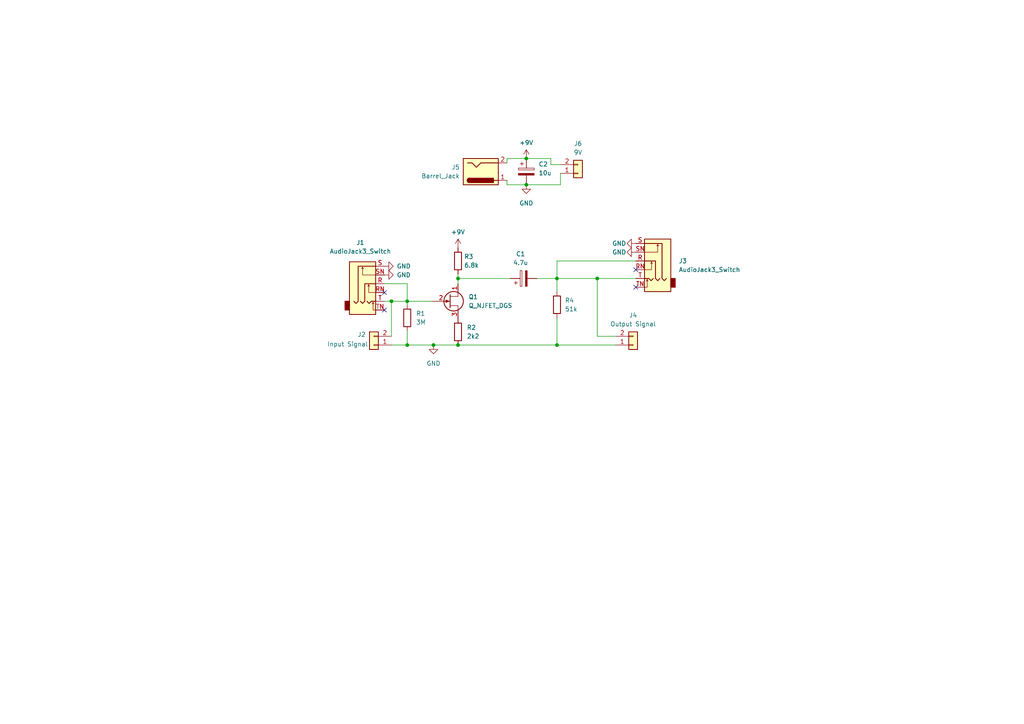
<source format=kicad_sch>
(kicad_sch (version 20211123) (generator eeschema)
  (paper "A4")
  (title_block (title "Tillman Preamp") (date "2023-02-06") (rev "1.0") (company "Besmer Labs"))
  (lib_symbols
    (symbol "Connector:AudioJack3_Switch"
      (property "Reference" "J" (at 0 11.43 0))
      (property "Value" "AudioJack3_Switch" (at 0 8.89 0))
      (symbol "AudioJack3_Switch_0_1"
        (rectangle (start -5.08 -5.08) (end -6.35 -7.62) (stroke (width 0.254)) (fill (type outline)))
        (polyline (pts (xy -1.27 4.826) (xy -1.016 4.318)))
        (polyline (pts (xy 0.508 -0.254) (xy 0.762 -0.762)))
        (polyline (pts (xy 1.778 -5.334) (xy 2.032 -5.842)))
        (polyline (pts (xy 0 -5.08) (xy 0.635 -5.715) (xy 1.27 -5.08) (xy 2.54 -5.08)) (stroke (width 0.254)))
        (polyline (pts (xy 2.54 -7.62) (xy 1.778 -7.62) (xy 1.778 -5.334) (xy 1.524 -5.842)))
        (polyline (pts (xy 2.54 -2.54) (xy 0.508 -2.54) (xy 0.508 -0.254) (xy 0.254 -0.762)))
        (polyline (pts (xy 2.54 2.54) (xy -1.27 2.54) (xy -1.27 4.826) (xy -1.524 4.318)))
        (polyline (pts (xy -1.905 -5.08) (xy -1.27 -5.715) (xy -0.635 -5.08) (xy -0.635 0) (xy 2.54 0)) (stroke (width 0.254)))
        (polyline (pts (xy 2.54 5.08) (xy -2.54 5.08) (xy -2.54 -5.08) (xy -3.175 -5.715) (xy -3.81 -5.08)) (stroke (width 0.254)))
        (rectangle (start 2.54 6.35) (end -5.08 -8.89) (stroke (width 0.254)) (fill (type background)))
      )
      (symbol "AudioJack3_Switch_1_1"
        (pin passive line (at 5.08 0 180) (length 2.54) (name "~") (number "R"))
        (pin passive line (at 5.08 -2.54 180) (length 2.54) (name "~") (number "RN"))
        (pin passive line (at 5.08 5.08 180) (length 2.54) (name "~") (number "S"))
        (pin passive line (at 5.08 2.54 180) (length 2.54) (name "~") (number "SN"))
        (pin passive line (at 5.08 -5.08 180) (length 2.54) (name "~") (number "T"))
        (pin passive line (at 5.08 -7.62 180) (length 2.54) (name "~") (number "TN"))
      )
    )
    (symbol "Connector:Barrel_Jack" (pin_names (offset 1.016))
      (property "Reference" "J" (at 0 5.334 0))
      (property "Value" "Barrel_Jack" (at 0 -5.08 0))
      (symbol "Barrel_Jack_0_1"
        (rectangle (start -5.08 3.81) (end 5.08 -3.81) (stroke (width 0.254)) (fill (type background)))
        (arc (start -3.302 3.175) (mid -3.937 2.54) (end -3.302 1.905) (stroke (width 0.254)))
        (arc (start -3.302 3.175) (mid -3.937 2.54) (end -3.302 1.905) (stroke (width 0.254)) (fill (type outline)))
        (polyline (pts (xy 5.08 2.54) (xy 3.81 2.54)) (stroke (width 0.254)))
        (polyline (pts (xy -3.81 -2.54) (xy -2.54 -2.54) (xy -1.27 -1.27) (xy 0 -2.54) (xy 2.54 -2.54) (xy 5.08 -2.54)) (stroke (width 0.254)))
        (rectangle (start 3.683 3.175) (end -3.302 1.905) (stroke (width 0.254)) (fill (type outline)))
      )
      (symbol "Barrel_Jack_1_1"
        (pin passive line (at 7.62 2.54 180) (length 2.54) (name "~") (number "1"))
        (pin passive line (at 7.62 -2.54 180) (length 2.54) (name "~") (number "2"))
      )
    )
    (symbol "Connector_Generic:Conn_01x02" (pin_names (offset 1.016) hide)
      (property "Reference" "J" (at 0 2.54 0))
      (property "Value" "Conn_01x02" (at 0 -5.08 0))
      (symbol "Conn_01x02_1_1"
        (rectangle (start -1.27 -2.413) (end 0 -2.667) (stroke (width 0.1524)))
        (rectangle (start -1.27 0.127) (end 0 -0.127) (stroke (width 0.1524)))
        (rectangle (start -1.27 1.27) (end 1.27 -3.81) (stroke (width 0.254)) (fill (type background)))
        (pin passive line (at -5.08 0 0) (length 3.81) (name "Pin_1") (number "1"))
        (pin passive line (at -5.08 -2.54 0) (length 3.81) (name "Pin_2") (number "2"))
      )
    )
    (symbol "Device:C_Polarized" (pin_numbers hide) (pin_names (offset 0.254))
      (property "Reference" "C" (at 0.635 2.54 0))
      (property "Value" "C_Polarized" (at 0.635 -2.54 0))
      (symbol "C_Polarized_0_1"
        (rectangle (start -2.286 0.508) (end 2.286 1.016))
        (polyline (pts (xy -1.778 2.286) (xy -0.762 2.286)))
        (polyline (pts (xy -1.27 2.794) (xy -1.27 1.778)))
        (rectangle (start 2.286 -0.508) (end -2.286 -1.016) (fill (type outline)))
      )
      (symbol "C_Polarized_1_1"
        (pin passive line (at 0 3.81 270) (length 2.794) (name "~") (number "1"))
        (pin passive line (at 0 -3.81 90) (length 2.794) (name "~") (number "2"))
      )
    )
    (symbol "Device:Q_NJFET_DGS" (pin_names (offset 0) hide)
      (property "Reference" "Q" (at 5.08 1.27 0))
      (property "Value" "Q_NJFET_DGS" (at 5.08 -1.27 0))
      (symbol "Q_NJFET_DGS_0_1"
        (polyline (pts (xy 0.254 1.905) (xy 0.254 -1.905) (xy 0.254 -1.905)) (stroke (width 0.254)))
        (polyline (pts (xy 2.54 -2.54) (xy 2.54 -1.27) (xy 0.254 -1.27)))
        (polyline (pts (xy 2.54 2.54) (xy 2.54 1.397) (xy 0.254 1.397)))
        (polyline (pts (xy 0 0) (xy -1.016 0.381) (xy -1.016 -0.381) (xy 0 0)) (fill (type outline)))
        (circle (center 1.27 0) (radius 2.8194) (stroke (width 0.254)))
      )
      (symbol "Q_NJFET_DGS_1_1"
        (pin passive line (at 2.54 5.08 270) (length 2.54) (name "D") (number "1"))
        (pin input line (at -5.08 0 0) (length 5.334) (name "G") (number "2"))
        (pin passive line (at 2.54 -5.08 90) (length 2.54) (name "S") (number "3"))
      )
    )
    (symbol "Device:R" (pin_numbers hide) (pin_names (offset 0))
      (property "Reference" "R" (at 2.032 0 90))
      (property "Value" "R" (at 0 0 90))
      (symbol "R_0_1"
        (rectangle (start -1.016 -2.54) (end 1.016 2.54) (stroke (width 0.254)))
      )
      (symbol "R_1_1"
        (pin passive line (at 0 3.81 270) (length 1.27) (name "~") (number "1"))
        (pin passive line (at 0 -3.81 90) (length 1.27) (name "~") (number "2"))
      )
    )
    (symbol "power:+9V" (power) (pin_names (offset 0))
      (property "Value" "+9V" (at 0 3.556 0))
      (symbol "+9V_0_1"
        (polyline (pts (xy -0.762 1.27) (xy 0 2.54)))
        (polyline (pts (xy 0 0) (xy 0 2.54)))
        (polyline (pts (xy 0 2.54) (xy 0.762 1.27)))
      )
      (symbol "+9V_1_1"
        (pin power_in line (at 0 0 90) (length 0) hide (name "+9V") (number "1"))
      )
    )
    (symbol "power:GND" (power) (pin_names (offset 0))
      (property "Value" "GND" (at 0 -3.81 0))
      (symbol "GND_0_1"
        (polyline (pts (xy 0 0) (xy 0 -1.27) (xy 1.27 -1.27) (xy 0 -2.54) (xy -1.27 -1.27) (xy 0 -1.27)))
      )
      (symbol "GND_1_1"
        (pin power_in line (at 0 0 270) (length 0) hide (name "GND") (number "1"))
      )
    )
  )
  (junction (at 173.228 80.772))
  (junction (at 161.544 80.772))
  (junction (at 132.842 100.076))
  (junction (at 132.842 80.772))
  (junction (at 118.11 100.076))
  (junction (at 125.73 100.076))
  (junction (at 118.11 87.376))
  (junction (at 161.544 100.076))
  (junction (at 113.538 87.376))
  (junction (at 152.654 53.594))
  (junction (at 152.654 45.974))
  (no_connect (at 184.404 83.312))
  (no_connect (at 184.404 78.232))
  (no_connect (at 111.506 89.916))
  (no_connect (at 111.506 84.836))
  (wire (pts (xy 173.228 97.536) (xy 173.228 80.772)))
  (wire (pts (xy 118.11 96.012) (xy 118.11 100.076)))
  (wire (pts (xy 152.654 53.594) (xy 162.56 53.594)))
  (wire (pts (xy 161.544 75.692) (xy 161.544 80.772)))
  (wire (pts (xy 161.544 84.582) (xy 161.544 80.772)))
  (wire (pts (xy 132.842 80.772) (xy 148.082 80.772)))
  (wire (pts (xy 162.56 47.752) (xy 159.766 47.752)))
  (wire (pts (xy 111.506 87.376) (xy 113.538 87.376)))
  (wire (pts (xy 184.404 75.692) (xy 161.544 75.692)))
  (wire (pts (xy 111.506 82.296) (xy 118.11 82.296)))
  (wire (pts (xy 161.544 80.772) (xy 173.228 80.772)))
  (wire (pts (xy 113.538 87.376) (xy 113.538 97.536)))
  (wire (pts (xy 125.222 87.376) (xy 118.11 87.376)))
  (wire (pts (xy 132.842 100.076) (xy 161.544 100.076)))
  (wire (pts (xy 118.11 100.076) (xy 125.73 100.076)))
  (wire (pts (xy 159.766 47.752) (xy 159.766 45.974)))
  (wire (pts (xy 118.11 87.376) (xy 118.11 88.392)))
  (wire (pts (xy 132.842 80.772) (xy 132.842 82.296)))
  (wire (pts (xy 161.544 100.076) (xy 178.562 100.076)))
  (wire (pts (xy 147.066 53.594) (xy 152.654 53.594)))
  (wire (pts (xy 162.56 53.594) (xy 162.56 50.292)))
  (wire (pts (xy 113.538 100.076) (xy 118.11 100.076)))
  (wire (pts (xy 113.538 87.376) (xy 118.11 87.376)))
  (wire (pts (xy 125.73 100.076) (xy 132.842 100.076)))
  (wire (pts (xy 132.842 79.502) (xy 132.842 80.772)))
  (wire (pts (xy 147.066 45.974) (xy 147.066 47.244)))
  (wire (pts (xy 147.066 45.974) (xy 152.654 45.974)))
  (wire (pts (xy 161.544 100.076) (xy 161.544 92.202)))
  (wire (pts (xy 147.066 53.594) (xy 147.066 52.324)))
  (wire (pts (xy 118.11 82.296) (xy 118.11 87.376)))
  (wire (pts (xy 161.544 80.772) (xy 155.702 80.772)))
  (wire (pts (xy 159.766 45.974) (xy 152.654 45.974)))
  (wire (pts (xy 178.562 97.536) (xy 173.228 97.536)))
  (wire (pts (xy 173.228 80.772) (xy 184.404 80.772)))
  (symbol (lib_id "power:GND") (at 125.73 100.076 0) (unit 1)
    (property "Reference" "#PWR0101" (effects hide))
    (property "Value" "GND" (at 125.73 105.41 0))
  )
  (symbol (lib_id "power:GND") (at 184.404 73.152 270) (unit 1)
    (property "Reference" "#PWR0107" (effects hide))
    (property "Value" "GND" (at 177.546 73.152 90) (effects (justify left)))
  )
  (symbol (lib_id "Device:R") (at 118.11 92.202 0) (unit 1)
    (property "Reference" "R1" (at 120.65 90.9319 0) (effects (justify left)))
    (property "Value" "3M" (at 120.65 93.4719 0) (effects (justify left)))
    (property "Footprint" "Resistor_THT:R_Axial_DIN0204_L3.6mm_D1.6mm_P5.08mm_Vertical" (effects hide))
  )
  (symbol (lib_id "Device:R") (at 161.544 88.392 0) (unit 1)
    (property "Reference" "R4" (at 163.83 87.1219 0) (effects (justify left)))
    (property "Value" "51k" (at 163.83 89.6619 0) (effects (justify left)))
    (property "Footprint" "Resistor_THT:R_Axial_DIN0204_L3.6mm_D1.6mm_P5.08mm_Vertical" (effects hide))
  )
  (symbol (lib_id "power:+9V") (at 132.842 71.882 0) (unit 1)
    (property "Reference" "#PWR0102" (effects hide))
    (property "Value" "+9V" (at 132.842 67.31 0))
  )
  (symbol (lib_id "power:+9V") (at 152.654 45.974 0) (unit 1)
    (property "Reference" "#PWR0103" (effects hide))
    (property "Value" "+9V" (at 152.654 41.402 0))
  )
  (symbol (lib_id "power:GND") (at 111.506 77.216 90) (unit 1)
    (property "Reference" "#PWR0105" (effects hide))
    (property "Value" "GND" (at 115.062 77.2159 90) (effects (justify right)))
  )
  (symbol (lib_id "Connector_Generic:Conn_01x02") (at 108.458 100.076 180) (unit 1)
    (property "Reference" "J2" (at 104.902 97.028 0))
    (property "Value" "Input Signal" (at 100.838 99.822 0))
    (property "Footprint" "Connector_PinHeader_2.54mm:PinHeader_1x02_P2.54mm_Vertical" (effects hide))
  )
  (symbol (lib_id "Device:Q_NJFET_DGS") (at 130.302 87.376 0) (unit 1)
    (property "Reference" "Q1" (at 135.89 86.1059 0) (effects (justify left)))
    (property "Value" "Q_NJFET_DGS" (at 135.89 88.6459 0) (effects (justify left)))
    (property "Footprint" "Package_TO_SOT_THT:TO-92L_Inline_Wide" (effects hide))
    (property "Comments" "J110 was used in this design, BFW13 and 2N3438 are alternatives too" (effects hide))
  )
  (symbol (lib_id "Connector:AudioJack3_Switch") (at 106.426 82.296 0) (unit 1)
    (property "Reference" "J1" (at 104.521 70.358 0))
    (property "Value" "AudioJack3_Switch" (at 104.521 72.898 0))
    (property "Footprint" "Connector_Audio:Jack_6.35mm_Neutrik_NMJ6HFD2-AU_Horizontal" (effects hide))
  )
  (symbol (lib_id "Device:C_Polarized") (at 152.654 49.784 0) (unit 1)
    (property "Reference" "C2" (at 156.21 47.6249 0) (effects (justify left)))
    (property "Value" "10u" (at 156.21 50.1649 0) (effects (justify left)))
    (property "Footprint" "Capacitor_THT:CP_Radial_D5.0mm_P2.50mm" (effects hide))
  )
  (symbol (lib_id "Connector_Generic:Conn_01x02") (at 183.642 100.076 0) (mirror x) (unit 1)
    (property "Reference" "J4" (at 183.642 91.44 0))
    (property "Value" "Output Signal" (at 183.642 93.98 0))
    (property "Footprint" "Connector_PinHeader_2.54mm:PinHeader_1x02_P2.54mm_Vertical" (effects hide))
  )
  (symbol (lib_id "Connector:Barrel_Jack") (at 139.446 49.784 0) (mirror x) (unit 1)
    (property "Reference" "J5" (at 133.35 48.5139 0) (effects (justify right)))
    (property "Value" "Barrel_Jack" (at 133.35 51.0539 0) (effects (justify right)))
    (property "Footprint" "Connector_BarrelJack:BarrelJack_CUI_PJ-063AH_Horizontal" (effects hide))
  )
  (symbol (lib_id "power:GND") (at 184.404 70.612 270) (unit 1)
    (property "Reference" "#PWR0108" (effects hide))
    (property "Value" "GND" (at 177.546 70.612 90) (effects (justify left)))
  )
  (symbol (lib_id "Device:R") (at 132.842 75.692 0) (unit 1)
    (property "Reference" "R3" (at 134.62 74.4219 0) (effects (justify left)))
    (property "Value" "6.8k" (at 134.62 76.9619 0) (effects (justify left)))
    (property "Footprint" "Resistor_THT:R_Axial_DIN0204_L3.6mm_D1.6mm_P2.54mm_Vertical" (effects hide))
  )
  (symbol (lib_id "Connector_Generic:Conn_01x02") (at 167.64 50.292 0) (mirror x) (unit 1)
    (property "Reference" "J6" (at 167.64 41.656 0))
    (property "Value" "9V" (at 167.64 44.196 0))
    (property "Footprint" "Connector_PinHeader_2.54mm:PinHeader_1x02_P2.54mm_Vertical" (effects hide))
  )
  (symbol (lib_id "Device:C_Polarized") (at 151.892 80.772 90) (unit 1)
    (property "Reference" "C1" (at 151.003 73.66 90))
    (property "Value" "4.7u" (at 151.003 76.2 90))
    (property "Footprint" "Capacitor_THT:CP_Radial_D5.0mm_P2.50mm" (effects hide))
  )
  (symbol (lib_id "power:GND") (at 152.654 53.594 0) (unit 1)
    (property "Reference" "#PWR0104" (effects hide))
    (property "Value" "GND" (at 152.654 58.928 0))
  )
  (symbol (lib_id "Device:R") (at 132.842 96.266 0) (unit 1)
    (property "Reference" "R2" (at 135.382 94.9959 0) (effects (justify left)))
    (property "Value" "2k2" (at 135.382 97.5359 0) (effects (justify left)))
    (property "Footprint" "Resistor_THT:R_Axial_DIN0204_L3.6mm_D1.6mm_P5.08mm_Vertical" (effects hide))
  )
  (symbol (lib_id "Connector:AudioJack3_Switch") (at 189.484 75.692 0) (mirror y) (unit 1)
    (property "Reference" "J3" (at 196.85 75.6919 0) (effects (justify right)))
    (property "Value" "AudioJack3_Switch" (at 196.85 78.2319 0) (effects (justify right)))
    (property "Footprint" "Connector_Audio:Jack_6.35mm_Neutrik_NMJ6HFD2-AU_Horizontal" (effects hide))
  )
  (symbol (lib_id "power:GND") (at 111.506 79.756 90) (unit 1)
    (property "Reference" "#PWR0106" (effects hide))
    (property "Value" "GND" (at 115.062 79.7559 90) (effects (justify right)))
  )
)
</source>
